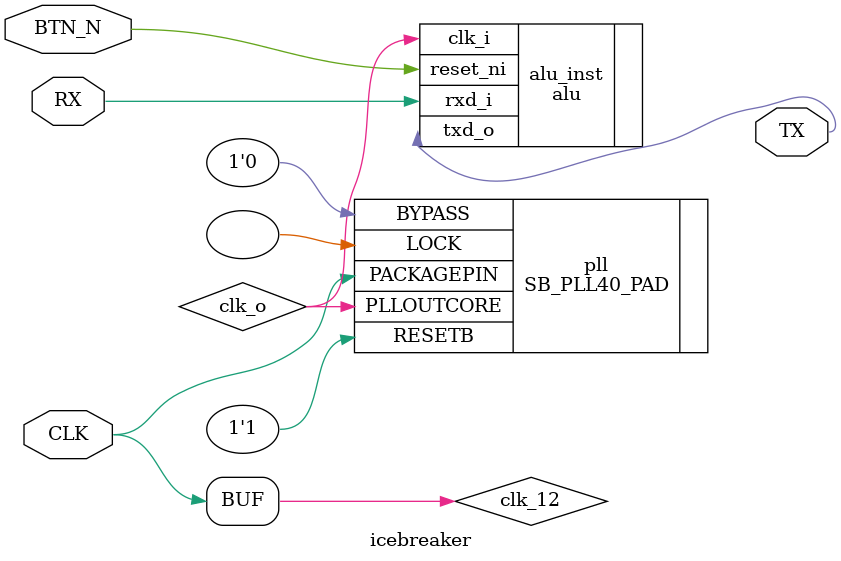
<source format=v>

module icebreaker
    (input  CLK
    ,input  BTN_N
    ,input  RX
    ,output TX
    );

localparam BAUD_RATE = 115200;
localparam PRESCALE = 35;
localparam CLK_FREQ = 8.0 * BAUD_RATE * PRESCALE;
localparam DATA_WIDTH = 8;

wire clk_12 = CLK;
wire clk_o;

// icepll -i 12 -o 32.256
SB_PLL40_PAD
   #(.FEEDBACK_PATH("SIMPLE"),
     .DIVR(4'd0),
     .DIVF(7'd85),
     .DIVQ(3'd5),
     .FILTER_RANGE(3'd1)
    )
pll
    (.LOCK()
    ,.RESETB(1'b1)
    ,.BYPASS(1'b0)
    ,.PACKAGEPIN(clk_12)
    ,.PLLOUTCORE(clk_o)
    );

alu
   #(.DATA_WIDTH_P(DATA_WIDTH)
    ,.PRESCALE_P(PRESCALE)
    )
alu_inst
    (.clk_i(clk_o)
    ,.reset_ni(BTN_N)
    ,.rxd_i(RX)
    ,.txd_o(TX)
    );

endmodule

</source>
